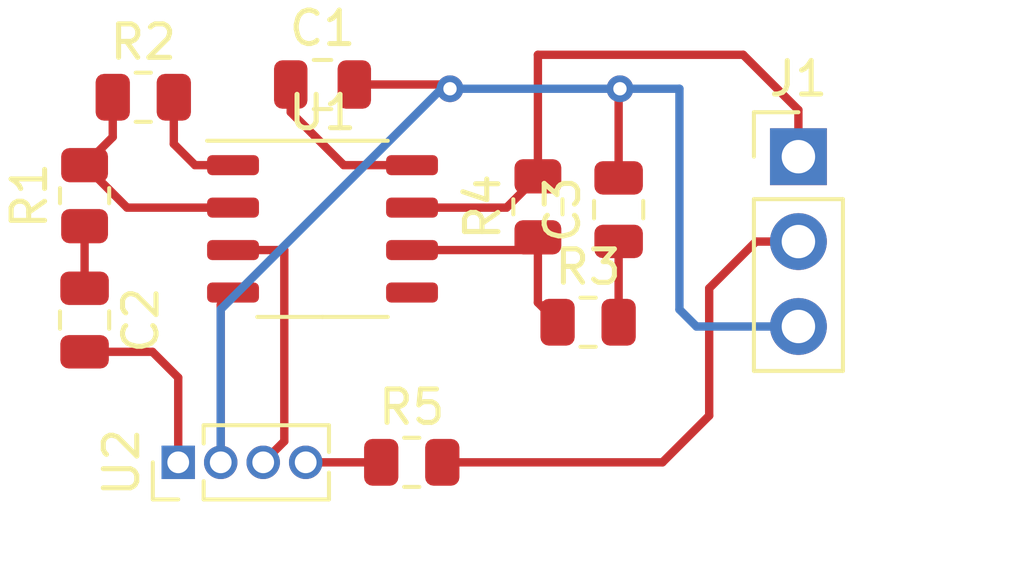
<source format=kicad_pcb>
(kicad_pcb (version 20211014) (generator pcbnew)
  (layers (0 "F.Cu" signal) (31 "B.Cu" signal) (34 "B.Paste" user) (35 "F.Paste" user) (36 "B.SilkS" user "B.Silkscreen") (37 "F.SilkS" user "F.Silkscreen") (38 "B.Mask" user) (39 "F.Mask" user) (44 "Edge.Cuts" user))
  (net 0 "")
  (net 1 "GND")
  (net 2 "Net-(C2-Pad1)")
  (net 3 "Net-(U2-Pad1)")
  (net 4 "Net-(C3-Pad1)")
  (net 5 "Sig")
  (net 6 "+5V")
  (net 7 "Net-(R1-Pad2)")
  (net 8 "Net-(R2-Pad2)")
  (net 9 "Net-(R3-Pad1)")
  (net 10 "Net-(R5-Pad1)")
  (net 11 "Net-(U1-Pad3)")
  (footprint "Package_SO:SSOP-8_3.9x5.05mm_P1.27mm" (layer "F.Cu") (at 101.219 55.245)
    (fp_text reference "U1" (at 0 -3.48) (layer "F.SilkS"))
    (fp_text value "LM358")
    (fp_line (start 0 -2.635) (end -3.45 -2.635) (layer "F.SilkS") (width 0.12))
    (fp_line (start 0 2.635) (end 1.95 2.635) (layer "F.SilkS") (width 0.12))
    (fp_line (start 0 -2.635) (end 1.95 -2.635) (layer "F.SilkS") (width 0.12))
    (fp_line (start 0 2.635) (end -1.95 2.635) (layer "F.SilkS") (width 0.12))
    (pad "1" smd roundrect (at -2.675 -1.905) (size 1.55 0.6) (layers "F.Cu" "F.Paste" "F.Mask") (net 8 "Net-(R2-Pad2)"))
    (pad "2" smd roundrect (at -2.675 -0.635) (size 1.55 0.6) (layers "F.Cu" "F.Paste" "F.Mask") (net 7 "Net-(R1-Pad2)"))
    (pad "3" smd roundrect (at -2.675 0.635) (size 1.55 0.6) (layers "F.Cu" "F.Paste" "F.Mask") (net 11 "Net-(U1-Pad3)"))
    (pad "4" smd roundrect (at -2.675 1.905) (size 1.55 0.6) (layers "F.Cu" "F.Paste" "F.Mask") (net 1 "GND"))
    (pad "5" smd roundrect (at 2.675 1.905) (size 1.55 0.6) (layers "F.Cu" "F.Paste" "F.Mask"))
    (pad "6" smd roundrect (at 2.675 0.635) (size 1.55 0.6) (layers "F.Cu" "F.Paste" "F.Mask") (net 9 "Net-(R3-Pad1)"))
    (pad "7" smd roundrect (at 2.675 -0.635) (size 1.55 0.6) (layers "F.Cu" "F.Paste" "F.Mask") (net 5 "Sig"))
    (pad "8" smd roundrect (at 2.675 -1.905) (size 1.55 0.6) (layers "F.Cu" "F.Paste" "F.Mask") (net 6 "+5V"))
  )
  (footprint "Resistor_SMD:R_0805_2012Metric" (layer "F.Cu") (at 94.107 54.2525 90)
    (fp_text reference "R1" (at 0 -1.65 90) (layer "F.SilkS"))
    (fp_text value "10K")
    (fp_line (start -0.227064 0.735) (end 0.227064 0.735) (layer "F.SilkS") (width 0.12))
    (fp_line (start -0.227064 -0.735) (end 0.227064 -0.735) (layer "F.SilkS") (width 0.12))
    (pad "1" smd roundrect (at -0.9125 0 90) (size 1.025 1.4) (layers "F.Cu" "F.Paste" "F.Mask") (roundrect_rratio 0.243902) (net 2 "Net-(C2-Pad1)"))
    (pad "2" smd roundrect (at 0.9125 0 90) (size 1.025 1.4) (layers "F.Cu" "F.Paste" "F.Mask") (roundrect_rratio 0.243902) (net 7 "Net-(R1-Pad2)"))
  )
  (footprint "Capacitor_SMD:C_0805_2012Metric" (layer "F.Cu") (at 94.107 57.973 -90)
    (fp_text reference "C2" (at 0 -1.68 90) (layer "F.SilkS"))
    (fp_text value "C")
    (fp_line (start -0.261252 -0.735) (end 0.261252 -0.735) (layer "F.SilkS") (width 0.12))
    (fp_line (start -0.261252 0.735) (end 0.261252 0.735) (layer "F.SilkS") (width 0.12))
    (pad "1" smd roundrect (at -0.95 0 270) (size 1 1.45) (layers "F.Cu" "F.Paste" "F.Mask") (net 2 "Net-(C2-Pad1)"))
    (pad "2" smd roundrect (at 0.95 0 270) (size 1 1.45) (layers "F.Cu" "F.Paste" "F.Mask") (net 3 "Net-(U2-Pad1)"))
  )
  (footprint "Connector_PinHeader_2.54mm:PinHeader_1x03_P2.54mm_Vertical" (layer "F.Cu") (at 115.443 53.086)
    (fp_text reference "J1" (at 0 -2.33) (layer "F.SilkS"))
    (fp_text value "Conn_01x03_Male")
    (fp_line (start -1.33 0) (end -1.33 -1.33) (layer "F.SilkS") (width 0.12))
    (fp_line (start 1.33 1.27) (end 1.33 6.41) (layer "F.SilkS") (width 0.12))
    (fp_line (start -1.33 1.27) (end 1.33 1.27) (layer "F.SilkS") (width 0.12))
    (fp_line (start -1.33 6.41) (end 1.33 6.41) (layer "F.SilkS") (width 0.12))
    (fp_line (start -1.33 -1.33) (end 0 -1.33) (layer "F.SilkS") (width 0.12))
    (fp_line (start -1.33 1.27) (end -1.33 6.41) (layer "F.SilkS") (width 0.12))
    (pad "1" thru_hole rect (at 0 0) (size 1.7 1.7) (drill 1) (layers *.Cu *.Mask) (net 5 "Sig"))
    (pad "2" thru_hole oval (at 0 2.54) (size 1.7 1.7) (drill 1) (layers *.Cu *.Mask) (net 6 "+5V"))
    (pad "3" thru_hole oval (at 0 5.08) (size 1.7 1.7) (drill 1) (layers *.Cu *.Mask) (net 1 "GND"))
  )
  (footprint "Connector_PinHeader_1.27mm:PinHeader_1x04_P1.27mm_Vertical" (layer "F.Cu") (at 96.906 62.23 90)
    (fp_text reference "U2" (at 0 -1.695 90) (layer "F.SilkS"))
    (fp_text value "KMZ10A")
    (fp_line (start -1.11 0) (end -1.11 -0.76) (layer "F.SilkS") (width 0.12))
    (fp_line (start 0.563471 0.76) (end 1.11 0.76) (layer "F.SilkS") (width 0.12))
    (fp_line (start -1.11 0.76) (end -0.563471 0.76) (layer "F.SilkS") (width 0.12))
    (fp_line (start -1.11 0.76) (end -1.11 4.505) (layer "F.SilkS") (width 0.12))
    (fp_line (start 1.11 0.76) (end 1.11 4.505) (layer "F.SilkS") (width 0.12))
    (fp_line (start -1.11 4.505) (end -0.30753 4.505) (layer "F.SilkS") (width 0.12))
    (fp_line (start 0.30753 4.505) (end 1.11 4.505) (layer "F.SilkS") (width 0.12))
    (fp_line (start -1.11 -0.76) (end 0 -0.76) (layer "F.SilkS") (width 0.12))
    (pad "1" thru_hole rect (at 0 0 90) (size 1 1) (drill 0.65) (layers *.Cu *.Mask) (net 3 "Net-(U2-Pad1)"))
    (pad "2" thru_hole oval (at 0 1.27 90) (size 1 1) (drill 0.65) (layers *.Cu *.Mask) (net 1 "GND"))
    (pad "3" thru_hole oval (at 0 2.54 90) (size 1 1) (drill 0.65) (layers *.Cu *.Mask) (net 11 "Net-(U1-Pad3)"))
    (pad "4" thru_hole oval (at 0 3.81 90) (size 1 1) (drill 0.65) (layers *.Cu *.Mask) (net 10 "Net-(R5-Pad1)"))
  )
  (footprint "Resistor_SMD:R_0805_2012Metric" (layer "F.Cu") (at 109.157 58.039)
    (fp_text reference "R3" (at 0 -1.65) (layer "F.SilkS"))
    (fp_text value "10K")
    (fp_line (start -0.227064 0.735) (end 0.227064 0.735) (layer "F.SilkS") (width 0.12))
    (fp_line (start -0.227064 -0.735) (end 0.227064 -0.735) (layer "F.SilkS") (width 0.12))
    (pad "1" smd roundrect (at -0.9125 0) (size 1.025 1.4) (layers "F.Cu" "F.Paste" "F.Mask") (roundrect_rratio 0.243902) (net 9 "Net-(R3-Pad1)"))
    (pad "2" smd roundrect (at 0.9125 0) (size 1.025 1.4) (layers "F.Cu" "F.Paste" "F.Mask") (roundrect_rratio 0.243902) (net 4 "Net-(C3-Pad1)"))
  )
  (footprint "Capacitor_SMD:C_0805_2012Metric" (layer "F.Cu") (at 101.219 50.927)
    (fp_text reference "C1" (at 0 -1.68) (layer "F.SilkS"))
    (fp_text value "C")
    (fp_line (start -0.261252 -0.735) (end 0.261252 -0.735) (layer "F.SilkS") (width 0.12))
    (fp_line (start -0.261252 0.735) (end 0.261252 0.735) (layer "F.SilkS") (width 0.12))
    (pad "1" smd roundrect (at -0.95 0) (size 1 1.45) (layers "F.Cu" "F.Paste" "F.Mask") (net 6 "+5V"))
    (pad "2" smd roundrect (at 0.95 0) (size 1 1.45) (layers "F.Cu" "F.Paste" "F.Mask") (net 1 "GND"))
  )
  (footprint "Resistor_SMD:R_0805_2012Metric" (layer "F.Cu") (at 103.886 62.23)
    (fp_text reference "R5" (at 0 -1.65) (layer "F.SilkS"))
    (fp_text value "470")
    (fp_line (start -0.227064 -0.735) (end 0.227064 -0.735) (layer "F.SilkS") (width 0.12))
    (fp_line (start -0.227064 0.735) (end 0.227064 0.735) (layer "F.SilkS") (width 0.12))
    (pad "1" smd roundrect (at -0.9125 0) (size 1.025 1.4) (layers "F.Cu" "F.Paste" "F.Mask") (roundrect_rratio 0.243902) (net 10 "Net-(R5-Pad1)"))
    (pad "2" smd roundrect (at 0.9125 0) (size 1.025 1.4) (layers "F.Cu" "F.Paste" "F.Mask") (roundrect_rratio 0.243902) (net 6 "+5V"))
  )
  (footprint "Resistor_SMD:R_0805_2012Metric" (layer "F.Cu") (at 107.6565 54.5865 90)
    (fp_text reference "R4" (at 0 -1.65 90) (layer "F.SilkS"))
    (fp_text value "330K")
    (fp_line (start -0.227064 -0.735) (end 0.227064 -0.735) (layer "F.SilkS") (width 0.12))
    (fp_line (start -0.227064 0.735) (end 0.227064 0.735) (layer "F.SilkS") (width 0.12))
    (pad "1" smd roundrect (at -0.9125 0 90) (size 1.025 1.4) (layers "F.Cu" "F.Paste" "F.Mask") (roundrect_rratio 0.243902) (net 9 "Net-(R3-Pad1)"))
    (pad "2" smd roundrect (at 0.9125 0 90) (size 1.025 1.4) (layers "F.Cu" "F.Paste" "F.Mask") (roundrect_rratio 0.243902) (net 5 "Sig"))
  )
  (footprint "Capacitor_SMD:C_0805_2012Metric" (layer "F.Cu") (at 110.0695 54.671 90)
    (fp_text reference "C3" (at 0 -1.68 90) (layer "F.SilkS"))
    (fp_text value "C")
    (fp_line (start -0.261252 -0.735) (end 0.261252 -0.735) (layer "F.SilkS") (width 0.12))
    (fp_line (start -0.261252 0.735) (end 0.261252 0.735) (layer "F.SilkS") (width 0.12))
    (pad "1" smd roundrect (at -0.95 0 90) (size 1 1.45) (layers "F.Cu" "F.Paste" "F.Mask") (net 4 "Net-(C3-Pad1)"))
    (pad "2" smd roundrect (at 0.95 0 90) (size 1 1.45) (layers "F.Cu" "F.Paste" "F.Mask") (net 1 "GND"))
  )
  (footprint "Resistor_SMD:R_0805_2012Metric" (layer "F.Cu") (at 95.8615 51.308)
    (fp_text reference "R2" (at 0 -1.65) (layer "F.SilkS"))
    (fp_text value "330K")
    (fp_line (start -0.227064 -0.735) (end 0.227064 -0.735) (layer "F.SilkS") (width 0.12))
    (fp_line (start -0.227064 0.735) (end 0.227064 0.735) (layer "F.SilkS") (width 0.12))
    (pad "1" smd roundrect (at -0.9125 0) (size 1.025 1.4) (layers "F.Cu" "F.Paste" "F.Mask") (roundrect_rratio 0.243902) (net 7 "Net-(R1-Pad2)"))
    (pad "2" smd roundrect (at 0.9125 0) (size 1.025 1.4) (layers "F.Cu" "F.Paste" "F.Mask") (roundrect_rratio 0.243902) (net 8 "Net-(R2-Pad2)"))
  )
  (segment (start 110.0695 53.721) (end 110.0695 51.0935) (width 0.25) (layer "F.Cu") (net 1))
  (segment (start 98.176 57.518) (end 98.176 62.23) (width 0.25) (layer "F.Cu") (net 1))
  (segment (start 98.544 57.15) (end 98.176 57.518) (width 0.25) (layer "F.Cu") (net 1))
  (segment (start 104.902 50.927) (end 105.029 51.054) (width 0.25) (layer "F.Cu") (net 1))
  (segment (start 110.0695 51.0935) (end 110.109 51.054) (width 0.25) (layer "F.Cu") (net 1))
  (segment (start 102.169 50.927) (end 104.902 50.927) (width 0.25) (layer "F.Cu") (net 1))
  (via (at 110.109 51.054) (size 0.8) (drill 0.4) (layers "F.Cu" "B.Cu") (net 1))
  (via (at 105.029 51.054) (size 0.8) (drill 0.4) (layers "F.Cu" "B.Cu") (net 1))
  (segment (start 98.176 57.653) (end 98.176 62.23) (width 0.25) (layer "B.Cu") (net 1))
  (segment (start 111.887 51.054) (end 110.109 51.054) (width 0.25) (layer "B.Cu") (net 1))
  (segment (start 105.029 51.054) (end 104.775 51.054) (width 0.25) (layer "B.Cu") (net 1))
  (segment (start 111.887 57.658) (end 111.887 51.054) (width 0.25) (layer "B.Cu") (net 1))
  (segment (start 112.395 58.166) (end 111.887 57.658) (width 0.25) (layer "B.Cu") (net 1))
  (segment (start 115.443 58.166) (end 112.395 58.166) (width 0.25) (layer "B.Cu") (net 1))
  (segment (start 110.109 51.054) (end 105.029 51.054) (width 0.25) (layer "B.Cu") (net 1))
  (segment (start 104.775 51.054) (end 98.176 57.653) (width 0.25) (layer "B.Cu") (net 1))
  (segment (start 94.107 55.165) (end 94.107 57.023) (width 0.25) (layer "F.Cu") (net 2))
  (segment (start 96.134 58.923) (end 96.906 59.695) (width 0.25) (layer "F.Cu") (net 3))
  (segment (start 94.107 58.923) (end 96.134 58.923) (width 0.25) (layer "F.Cu") (net 3))
  (segment (start 96.906 59.695) (end 96.906 62.23) (width 0.25) (layer "F.Cu") (net 3))
  (segment (start 110.0695 55.621) (end 110.0695 58.039) (width 0.25) (layer "F.Cu") (net 4))
  (segment (start 115.443 51.689) (end 115.443 53.086) (width 0.25) (layer "F.Cu") (net 5))
  (segment (start 107.6565 53.674) (end 107.6565 50.038) (width 0.25) (layer "F.Cu") (net 5))
  (segment (start 113.792 50.038) (end 115.443 51.689) (width 0.25) (layer "F.Cu") (net 5))
  (segment (start 106.7205 54.61) (end 107.6565 53.674) (width 0.25) (layer "F.Cu") (net 5))
  (segment (start 103.894 54.61) (end 106.7205 54.61) (width 0.25) (layer "F.Cu") (net 5))
  (segment (start 107.6565 50.038) (end 113.792 50.038) (width 0.25) (layer "F.Cu") (net 5))
  (segment (start 100.269 50.927) (end 100.269 51.755) (width 0.25) (layer "F.Cu") (net 6))
  (segment (start 112.776 60.833) (end 112.776 57.023) (width 0.25) (layer "F.Cu") (net 6))
  (segment (start 111.379 62.23) (end 112.776 60.833) (width 0.25) (layer "F.Cu") (net 6))
  (segment (start 101.854 53.34) (end 103.894 53.34) (width 0.25) (layer "F.Cu") (net 6))
  (segment (start 104.7985 62.23) (end 111.379 62.23) (width 0.25) (layer "F.Cu") (net 6))
  (segment (start 114.173 55.626) (end 115.443 55.626) (width 0.25) (layer "F.Cu") (net 6))
  (segment (start 112.776 57.023) (end 114.173 55.626) (width 0.25) (layer "F.Cu") (net 6))
  (segment (start 100.269 51.755) (end 101.854 53.34) (width 0.25) (layer "F.Cu") (net 6))
  (segment (start 98.544 54.61) (end 95.377 54.61) (width 0.25) (layer "F.Cu") (net 7))
  (segment (start 95.377 54.61) (end 94.107 53.34) (width 0.25) (layer "F.Cu") (net 7))
  (segment (start 94.949 52.498) (end 94.107 53.34) (width 0.25) (layer "F.Cu") (net 7))
  (segment (start 94.949 51.308) (end 94.949 52.498) (width 0.25) (layer "F.Cu") (net 7))
  (segment (start 98.544 53.34) (end 97.409 53.34) (width 0.25) (layer "F.Cu") (net 8))
  (segment (start 96.774 52.705) (end 96.774 51.308) (width 0.25) (layer "F.Cu") (net 8))
  (segment (start 98.417 53.213) (end 98.544 53.34) (width 0.25) (layer "F.Cu") (net 8))
  (segment (start 97.409 53.34) (end 96.774 52.705) (width 0.25) (layer "F.Cu") (net 8))
  (segment (start 107.6565 57.451) (end 108.2445 58.039) (width 0.25) (layer "F.Cu") (net 9))
  (segment (start 107.6565 55.499) (end 107.6565 57.451) (width 0.25) (layer "F.Cu") (net 9))
  (segment (start 103.894 55.88) (end 107.2755 55.88) (width 0.25) (layer "F.Cu") (net 9))
  (segment (start 107.2755 55.88) (end 107.6565 55.499) (width 0.25) (layer "F.Cu") (net 9))
  (segment (start 100.716 62.23) (end 102.9735 62.23) (width 0.25) (layer "F.Cu") (net 10))
  (segment (start 100.076 61.6) (end 99.446 62.23) (width 0.25) (layer "F.Cu") (net 11))
  (segment (start 98.544 55.88) (end 100.076 55.88) (width 0.25) (layer "F.Cu") (net 11))
  (segment (start 100.076 55.88) (end 100.076 61.6) (width 0.25) (layer "F.Cu") (net 11))
)
</source>
